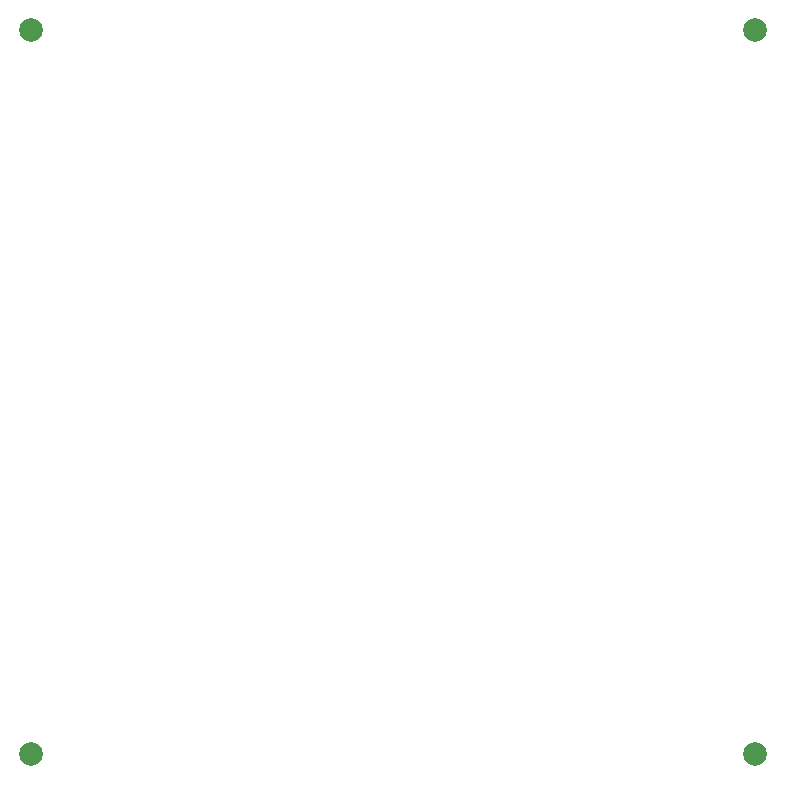
<source format=gbr>
%TF.GenerationSoftware,Altium Limited,Altium Designer,20.1.12 (249)*%
G04 Layer_Color=0*
%FSLAX26Y26*%
%MOIN*%
%TF.SameCoordinates,A8668A30-75EC-4931-8606-AFBFD81A24F0*%
%TF.FilePolarity,Positive*%
%TF.FileFunction,Plated,1,2,PTH,Drill*%
%TF.Part,Single*%
G01*
G75*
%TA.AperFunction,OtherDrill,Pad Free-3 (2589.921mil,177.165mil)*%
%ADD14C,0.078740*%
%TA.AperFunction,OtherDrill,Pad Free-3 (2589.921mil,2590.551mil)*%
%ADD15C,0.078740*%
%TA.AperFunction,OtherDrill,Pad Free-3 (176.536mil,177.165mil)*%
%ADD16C,0.078740*%
%TA.AperFunction,OtherDrill,Pad Free-3 (176.536mil,2590.551mil)*%
%ADD17C,0.078740*%
D14*
X2589921Y177165D02*
D03*
D15*
Y2590551D02*
D03*
D03*
D03*
D16*
X176536Y177165D02*
D03*
D17*
Y2590551D02*
D03*
%TF.MD5,f2b344554d8f985e78859e85efa50a2c*%
M02*

</source>
